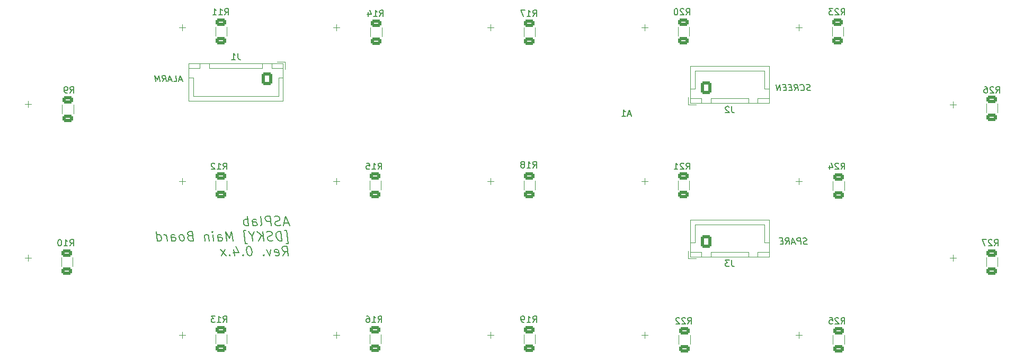
<source format=gbo>
G04 #@! TF.GenerationSoftware,KiCad,Pcbnew,8.0.2*
G04 #@! TF.CreationDate,2024-06-02T22:43:07+02:00*
G04 #@! TF.ProjectId,Main_board,4d61696e-5f62-46f6-9172-642e6b696361,1.0.2*
G04 #@! TF.SameCoordinates,Original*
G04 #@! TF.FileFunction,Legend,Bot*
G04 #@! TF.FilePolarity,Positive*
%FSLAX46Y46*%
G04 Gerber Fmt 4.6, Leading zero omitted, Abs format (unit mm)*
G04 Created by KiCad (PCBNEW 8.0.2) date 2024-06-02 22:43:07*
%MOMM*%
%LPD*%
G01*
G04 APERTURE LIST*
G04 Aperture macros list*
%AMRoundRect*
0 Rectangle with rounded corners*
0 $1 Rounding radius*
0 $2 $3 $4 $5 $6 $7 $8 $9 X,Y pos of 4 corners*
0 Add a 4 corners polygon primitive as box body*
4,1,4,$2,$3,$4,$5,$6,$7,$8,$9,$2,$3,0*
0 Add four circle primitives for the rounded corners*
1,1,$1+$1,$2,$3*
1,1,$1+$1,$4,$5*
1,1,$1+$1,$6,$7*
1,1,$1+$1,$8,$9*
0 Add four rect primitives between the rounded corners*
20,1,$1+$1,$2,$3,$4,$5,0*
20,1,$1+$1,$4,$5,$6,$7,0*
20,1,$1+$1,$6,$7,$8,$9,0*
20,1,$1+$1,$8,$9,$2,$3,0*%
G04 Aperture macros list end*
%ADD10C,0.150000*%
%ADD11C,0.200000*%
%ADD12C,0.120000*%
%ADD13C,1.905000*%
%ADD14R,1.905000X1.905000*%
%ADD15C,4.000000*%
%ADD16C,2.200000*%
%ADD17RoundRect,0.250000X-0.625000X0.312500X-0.625000X-0.312500X0.625000X-0.312500X0.625000X0.312500X0*%
%ADD18RoundRect,0.250000X0.625000X-0.312500X0.625000X0.312500X-0.625000X0.312500X-0.625000X-0.312500X0*%
%ADD19C,1.727200*%
%ADD20R,1.727200X1.727200*%
%ADD21RoundRect,0.250000X0.600000X0.725000X-0.600000X0.725000X-0.600000X-0.725000X0.600000X-0.725000X0*%
%ADD22O,1.700000X1.950000*%
%ADD23RoundRect,0.250000X-0.600000X-0.725000X0.600000X-0.725000X0.600000X0.725000X-0.600000X0.725000X0*%
G04 APERTURE END LIST*
D10*
X181070958Y-155550225D02*
X180356673Y-155550225D01*
X181267387Y-155978796D02*
X180579887Y-154478796D01*
X180579887Y-154478796D02*
X180267387Y-155978796D01*
X179829887Y-155907368D02*
X179624530Y-155978796D01*
X179624530Y-155978796D02*
X179267387Y-155978796D01*
X179267387Y-155978796D02*
X179115602Y-155907368D01*
X179115602Y-155907368D02*
X179035244Y-155835939D01*
X179035244Y-155835939D02*
X178945959Y-155693082D01*
X178945959Y-155693082D02*
X178928102Y-155550225D01*
X178928102Y-155550225D02*
X178981673Y-155407368D01*
X178981673Y-155407368D02*
X179044173Y-155335939D01*
X179044173Y-155335939D02*
X179178102Y-155264510D01*
X179178102Y-155264510D02*
X179454887Y-155193082D01*
X179454887Y-155193082D02*
X179588816Y-155121653D01*
X179588816Y-155121653D02*
X179651316Y-155050225D01*
X179651316Y-155050225D02*
X179704887Y-154907368D01*
X179704887Y-154907368D02*
X179687030Y-154764510D01*
X179687030Y-154764510D02*
X179597744Y-154621653D01*
X179597744Y-154621653D02*
X179517387Y-154550225D01*
X179517387Y-154550225D02*
X179365602Y-154478796D01*
X179365602Y-154478796D02*
X179008459Y-154478796D01*
X179008459Y-154478796D02*
X178803102Y-154550225D01*
X178338816Y-155978796D02*
X178151316Y-154478796D01*
X178151316Y-154478796D02*
X177579888Y-154478796D01*
X177579888Y-154478796D02*
X177445959Y-154550225D01*
X177445959Y-154550225D02*
X177383459Y-154621653D01*
X177383459Y-154621653D02*
X177329888Y-154764510D01*
X177329888Y-154764510D02*
X177356673Y-154978796D01*
X177356673Y-154978796D02*
X177445959Y-155121653D01*
X177445959Y-155121653D02*
X177526316Y-155193082D01*
X177526316Y-155193082D02*
X177678102Y-155264510D01*
X177678102Y-155264510D02*
X178249531Y-155264510D01*
X176624531Y-155978796D02*
X176758459Y-155907368D01*
X176758459Y-155907368D02*
X176812031Y-155764510D01*
X176812031Y-155764510D02*
X176651316Y-154478796D01*
X175410245Y-155978796D02*
X175312031Y-155193082D01*
X175312031Y-155193082D02*
X175365602Y-155050225D01*
X175365602Y-155050225D02*
X175499531Y-154978796D01*
X175499531Y-154978796D02*
X175785245Y-154978796D01*
X175785245Y-154978796D02*
X175937031Y-155050225D01*
X175401317Y-155907368D02*
X175553102Y-155978796D01*
X175553102Y-155978796D02*
X175910245Y-155978796D01*
X175910245Y-155978796D02*
X176044174Y-155907368D01*
X176044174Y-155907368D02*
X176097745Y-155764510D01*
X176097745Y-155764510D02*
X176079888Y-155621653D01*
X176079888Y-155621653D02*
X175990602Y-155478796D01*
X175990602Y-155478796D02*
X175838817Y-155407368D01*
X175838817Y-155407368D02*
X175481674Y-155407368D01*
X175481674Y-155407368D02*
X175329888Y-155335939D01*
X174695959Y-155978796D02*
X174508459Y-154478796D01*
X174579888Y-155050225D02*
X174428102Y-154978796D01*
X174428102Y-154978796D02*
X174142388Y-154978796D01*
X174142388Y-154978796D02*
X174008459Y-155050225D01*
X174008459Y-155050225D02*
X173945959Y-155121653D01*
X173945959Y-155121653D02*
X173892388Y-155264510D01*
X173892388Y-155264510D02*
X173945959Y-155693082D01*
X173945959Y-155693082D02*
X174035245Y-155835939D01*
X174035245Y-155835939D02*
X174115602Y-155907368D01*
X174115602Y-155907368D02*
X174267388Y-155978796D01*
X174267388Y-155978796D02*
X174553102Y-155978796D01*
X174553102Y-155978796D02*
X174687031Y-155907368D01*
X180687030Y-158893712D02*
X181044173Y-158893712D01*
X181044173Y-158893712D02*
X180776316Y-156750855D01*
X180776316Y-156750855D02*
X180419173Y-156750855D01*
X180053101Y-158393712D02*
X179865601Y-156893712D01*
X179865601Y-156893712D02*
X179508458Y-156893712D01*
X179508458Y-156893712D02*
X179303101Y-156965141D01*
X179303101Y-156965141D02*
X179178101Y-157107998D01*
X179178101Y-157107998D02*
X179124530Y-157250855D01*
X179124530Y-157250855D02*
X179088816Y-157536569D01*
X179088816Y-157536569D02*
X179115601Y-157750855D01*
X179115601Y-157750855D02*
X179222744Y-158036569D01*
X179222744Y-158036569D02*
X179312030Y-158179426D01*
X179312030Y-158179426D02*
X179472744Y-158322284D01*
X179472744Y-158322284D02*
X179695958Y-158393712D01*
X179695958Y-158393712D02*
X180053101Y-158393712D01*
X178615601Y-158322284D02*
X178410244Y-158393712D01*
X178410244Y-158393712D02*
X178053101Y-158393712D01*
X178053101Y-158393712D02*
X177901316Y-158322284D01*
X177901316Y-158322284D02*
X177820958Y-158250855D01*
X177820958Y-158250855D02*
X177731673Y-158107998D01*
X177731673Y-158107998D02*
X177713816Y-157965141D01*
X177713816Y-157965141D02*
X177767387Y-157822284D01*
X177767387Y-157822284D02*
X177829887Y-157750855D01*
X177829887Y-157750855D02*
X177963816Y-157679426D01*
X177963816Y-157679426D02*
X178240601Y-157607998D01*
X178240601Y-157607998D02*
X178374530Y-157536569D01*
X178374530Y-157536569D02*
X178437030Y-157465141D01*
X178437030Y-157465141D02*
X178490601Y-157322284D01*
X178490601Y-157322284D02*
X178472744Y-157179426D01*
X178472744Y-157179426D02*
X178383458Y-157036569D01*
X178383458Y-157036569D02*
X178303101Y-156965141D01*
X178303101Y-156965141D02*
X178151316Y-156893712D01*
X178151316Y-156893712D02*
X177794173Y-156893712D01*
X177794173Y-156893712D02*
X177588816Y-156965141D01*
X177124530Y-158393712D02*
X176937030Y-156893712D01*
X176267387Y-158393712D02*
X176803102Y-157536569D01*
X176079887Y-156893712D02*
X177044173Y-157750855D01*
X175249530Y-157679426D02*
X175338816Y-158393712D01*
X175651316Y-156893712D02*
X175249530Y-157679426D01*
X175249530Y-157679426D02*
X174651316Y-156893712D01*
X174544173Y-158893712D02*
X174187031Y-158893712D01*
X174187031Y-158893712D02*
X173919173Y-156750855D01*
X173919173Y-156750855D02*
X174276316Y-156750855D01*
X172195959Y-158393712D02*
X172008459Y-156893712D01*
X172008459Y-156893712D02*
X171642388Y-157965141D01*
X171642388Y-157965141D02*
X171008459Y-156893712D01*
X171008459Y-156893712D02*
X171195959Y-158393712D01*
X169838816Y-158393712D02*
X169740602Y-157607998D01*
X169740602Y-157607998D02*
X169794173Y-157465141D01*
X169794173Y-157465141D02*
X169928102Y-157393712D01*
X169928102Y-157393712D02*
X170213816Y-157393712D01*
X170213816Y-157393712D02*
X170365602Y-157465141D01*
X169829888Y-158322284D02*
X169981673Y-158393712D01*
X169981673Y-158393712D02*
X170338816Y-158393712D01*
X170338816Y-158393712D02*
X170472745Y-158322284D01*
X170472745Y-158322284D02*
X170526316Y-158179426D01*
X170526316Y-158179426D02*
X170508459Y-158036569D01*
X170508459Y-158036569D02*
X170419173Y-157893712D01*
X170419173Y-157893712D02*
X170267388Y-157822284D01*
X170267388Y-157822284D02*
X169910245Y-157822284D01*
X169910245Y-157822284D02*
X169758459Y-157750855D01*
X169124530Y-158393712D02*
X168999530Y-157393712D01*
X168937030Y-156893712D02*
X169017387Y-156965141D01*
X169017387Y-156965141D02*
X168954887Y-157036569D01*
X168954887Y-157036569D02*
X168874530Y-156965141D01*
X168874530Y-156965141D02*
X168937030Y-156893712D01*
X168937030Y-156893712D02*
X168954887Y-157036569D01*
X168285244Y-157393712D02*
X168410244Y-158393712D01*
X168303101Y-157536569D02*
X168222744Y-157465141D01*
X168222744Y-157465141D02*
X168070959Y-157393712D01*
X168070959Y-157393712D02*
X167856673Y-157393712D01*
X167856673Y-157393712D02*
X167722744Y-157465141D01*
X167722744Y-157465141D02*
X167669173Y-157607998D01*
X167669173Y-157607998D02*
X167767387Y-158393712D01*
X165312030Y-157607998D02*
X165106673Y-157679426D01*
X165106673Y-157679426D02*
X165044173Y-157750855D01*
X165044173Y-157750855D02*
X164990601Y-157893712D01*
X164990601Y-157893712D02*
X165017387Y-158107998D01*
X165017387Y-158107998D02*
X165106673Y-158250855D01*
X165106673Y-158250855D02*
X165187030Y-158322284D01*
X165187030Y-158322284D02*
X165338816Y-158393712D01*
X165338816Y-158393712D02*
X165910244Y-158393712D01*
X165910244Y-158393712D02*
X165722744Y-156893712D01*
X165722744Y-156893712D02*
X165222744Y-156893712D01*
X165222744Y-156893712D02*
X165088816Y-156965141D01*
X165088816Y-156965141D02*
X165026316Y-157036569D01*
X165026316Y-157036569D02*
X164972744Y-157179426D01*
X164972744Y-157179426D02*
X164990601Y-157322284D01*
X164990601Y-157322284D02*
X165079887Y-157465141D01*
X165079887Y-157465141D02*
X165160244Y-157536569D01*
X165160244Y-157536569D02*
X165312030Y-157607998D01*
X165312030Y-157607998D02*
X165812030Y-157607998D01*
X164195959Y-158393712D02*
X164329887Y-158322284D01*
X164329887Y-158322284D02*
X164392387Y-158250855D01*
X164392387Y-158250855D02*
X164445959Y-158107998D01*
X164445959Y-158107998D02*
X164392387Y-157679426D01*
X164392387Y-157679426D02*
X164303101Y-157536569D01*
X164303101Y-157536569D02*
X164222744Y-157465141D01*
X164222744Y-157465141D02*
X164070959Y-157393712D01*
X164070959Y-157393712D02*
X163856673Y-157393712D01*
X163856673Y-157393712D02*
X163722744Y-157465141D01*
X163722744Y-157465141D02*
X163660244Y-157536569D01*
X163660244Y-157536569D02*
X163606673Y-157679426D01*
X163606673Y-157679426D02*
X163660244Y-158107998D01*
X163660244Y-158107998D02*
X163749530Y-158250855D01*
X163749530Y-158250855D02*
X163829887Y-158322284D01*
X163829887Y-158322284D02*
X163981673Y-158393712D01*
X163981673Y-158393712D02*
X164195959Y-158393712D01*
X162410244Y-158393712D02*
X162312030Y-157607998D01*
X162312030Y-157607998D02*
X162365601Y-157465141D01*
X162365601Y-157465141D02*
X162499530Y-157393712D01*
X162499530Y-157393712D02*
X162785244Y-157393712D01*
X162785244Y-157393712D02*
X162937030Y-157465141D01*
X162401316Y-158322284D02*
X162553101Y-158393712D01*
X162553101Y-158393712D02*
X162910244Y-158393712D01*
X162910244Y-158393712D02*
X163044173Y-158322284D01*
X163044173Y-158322284D02*
X163097744Y-158179426D01*
X163097744Y-158179426D02*
X163079887Y-158036569D01*
X163079887Y-158036569D02*
X162990601Y-157893712D01*
X162990601Y-157893712D02*
X162838816Y-157822284D01*
X162838816Y-157822284D02*
X162481673Y-157822284D01*
X162481673Y-157822284D02*
X162329887Y-157750855D01*
X161695958Y-158393712D02*
X161570958Y-157393712D01*
X161606673Y-157679426D02*
X161517387Y-157536569D01*
X161517387Y-157536569D02*
X161437030Y-157465141D01*
X161437030Y-157465141D02*
X161285244Y-157393712D01*
X161285244Y-157393712D02*
X161142387Y-157393712D01*
X160124530Y-158393712D02*
X159937030Y-156893712D01*
X160115602Y-158322284D02*
X160267387Y-158393712D01*
X160267387Y-158393712D02*
X160553102Y-158393712D01*
X160553102Y-158393712D02*
X160687030Y-158322284D01*
X160687030Y-158322284D02*
X160749530Y-158250855D01*
X160749530Y-158250855D02*
X160803102Y-158107998D01*
X160803102Y-158107998D02*
X160749530Y-157679426D01*
X160749530Y-157679426D02*
X160660244Y-157536569D01*
X160660244Y-157536569D02*
X160579887Y-157465141D01*
X160579887Y-157465141D02*
X160428102Y-157393712D01*
X160428102Y-157393712D02*
X160142387Y-157393712D01*
X160142387Y-157393712D02*
X160008459Y-157465141D01*
X180195958Y-160808628D02*
X180606673Y-160094342D01*
X181053101Y-160808628D02*
X180865601Y-159308628D01*
X180865601Y-159308628D02*
X180294173Y-159308628D01*
X180294173Y-159308628D02*
X180160244Y-159380057D01*
X180160244Y-159380057D02*
X180097744Y-159451485D01*
X180097744Y-159451485D02*
X180044173Y-159594342D01*
X180044173Y-159594342D02*
X180070958Y-159808628D01*
X180070958Y-159808628D02*
X180160244Y-159951485D01*
X180160244Y-159951485D02*
X180240601Y-160022914D01*
X180240601Y-160022914D02*
X180392387Y-160094342D01*
X180392387Y-160094342D02*
X180963816Y-160094342D01*
X178972744Y-160737200D02*
X179124530Y-160808628D01*
X179124530Y-160808628D02*
X179410244Y-160808628D01*
X179410244Y-160808628D02*
X179544173Y-160737200D01*
X179544173Y-160737200D02*
X179597744Y-160594342D01*
X179597744Y-160594342D02*
X179526316Y-160022914D01*
X179526316Y-160022914D02*
X179437030Y-159880057D01*
X179437030Y-159880057D02*
X179285244Y-159808628D01*
X179285244Y-159808628D02*
X178999530Y-159808628D01*
X178999530Y-159808628D02*
X178865601Y-159880057D01*
X178865601Y-159880057D02*
X178812030Y-160022914D01*
X178812030Y-160022914D02*
X178829887Y-160165771D01*
X178829887Y-160165771D02*
X179562030Y-160308628D01*
X178285244Y-159808628D02*
X178053102Y-160808628D01*
X178053102Y-160808628D02*
X177570959Y-159808628D01*
X177106673Y-160665771D02*
X177044173Y-160737200D01*
X177044173Y-160737200D02*
X177124530Y-160808628D01*
X177124530Y-160808628D02*
X177187030Y-160737200D01*
X177187030Y-160737200D02*
X177106673Y-160665771D01*
X177106673Y-160665771D02*
X177124530Y-160808628D01*
X174794173Y-159308628D02*
X174651316Y-159308628D01*
X174651316Y-159308628D02*
X174517387Y-159380057D01*
X174517387Y-159380057D02*
X174454887Y-159451485D01*
X174454887Y-159451485D02*
X174401316Y-159594342D01*
X174401316Y-159594342D02*
X174365602Y-159880057D01*
X174365602Y-159880057D02*
X174410244Y-160237200D01*
X174410244Y-160237200D02*
X174517387Y-160522914D01*
X174517387Y-160522914D02*
X174606673Y-160665771D01*
X174606673Y-160665771D02*
X174687030Y-160737200D01*
X174687030Y-160737200D02*
X174838816Y-160808628D01*
X174838816Y-160808628D02*
X174981673Y-160808628D01*
X174981673Y-160808628D02*
X175115602Y-160737200D01*
X175115602Y-160737200D02*
X175178102Y-160665771D01*
X175178102Y-160665771D02*
X175231673Y-160522914D01*
X175231673Y-160522914D02*
X175267387Y-160237200D01*
X175267387Y-160237200D02*
X175222744Y-159880057D01*
X175222744Y-159880057D02*
X175115602Y-159594342D01*
X175115602Y-159594342D02*
X175026316Y-159451485D01*
X175026316Y-159451485D02*
X174945959Y-159380057D01*
X174945959Y-159380057D02*
X174794173Y-159308628D01*
X173820959Y-160665771D02*
X173758459Y-160737200D01*
X173758459Y-160737200D02*
X173838816Y-160808628D01*
X173838816Y-160808628D02*
X173901316Y-160737200D01*
X173901316Y-160737200D02*
X173820959Y-160665771D01*
X173820959Y-160665771D02*
X173838816Y-160808628D01*
X172356673Y-159808628D02*
X172481673Y-160808628D01*
X172642387Y-159237200D02*
X173133459Y-160308628D01*
X173133459Y-160308628D02*
X172204887Y-160308628D01*
X171678102Y-160665771D02*
X171615602Y-160737200D01*
X171615602Y-160737200D02*
X171695959Y-160808628D01*
X171695959Y-160808628D02*
X171758459Y-160737200D01*
X171758459Y-160737200D02*
X171678102Y-160665771D01*
X171678102Y-160665771D02*
X171695959Y-160808628D01*
X171124530Y-160808628D02*
X170213816Y-159808628D01*
X170999530Y-159808628D02*
X170338816Y-160808628D01*
X244892857Y-171704819D02*
X245226190Y-171228628D01*
X245464285Y-171704819D02*
X245464285Y-170704819D01*
X245464285Y-170704819D02*
X245083333Y-170704819D01*
X245083333Y-170704819D02*
X244988095Y-170752438D01*
X244988095Y-170752438D02*
X244940476Y-170800057D01*
X244940476Y-170800057D02*
X244892857Y-170895295D01*
X244892857Y-170895295D02*
X244892857Y-171038152D01*
X244892857Y-171038152D02*
X244940476Y-171133390D01*
X244940476Y-171133390D02*
X244988095Y-171181009D01*
X244988095Y-171181009D02*
X245083333Y-171228628D01*
X245083333Y-171228628D02*
X245464285Y-171228628D01*
X244511904Y-170800057D02*
X244464285Y-170752438D01*
X244464285Y-170752438D02*
X244369047Y-170704819D01*
X244369047Y-170704819D02*
X244130952Y-170704819D01*
X244130952Y-170704819D02*
X244035714Y-170752438D01*
X244035714Y-170752438D02*
X243988095Y-170800057D01*
X243988095Y-170800057D02*
X243940476Y-170895295D01*
X243940476Y-170895295D02*
X243940476Y-170990533D01*
X243940476Y-170990533D02*
X243988095Y-171133390D01*
X243988095Y-171133390D02*
X244559523Y-171704819D01*
X244559523Y-171704819D02*
X243940476Y-171704819D01*
X243559523Y-170800057D02*
X243511904Y-170752438D01*
X243511904Y-170752438D02*
X243416666Y-170704819D01*
X243416666Y-170704819D02*
X243178571Y-170704819D01*
X243178571Y-170704819D02*
X243083333Y-170752438D01*
X243083333Y-170752438D02*
X243035714Y-170800057D01*
X243035714Y-170800057D02*
X242988095Y-170895295D01*
X242988095Y-170895295D02*
X242988095Y-170990533D01*
X242988095Y-170990533D02*
X243035714Y-171133390D01*
X243035714Y-171133390D02*
X243607142Y-171704819D01*
X243607142Y-171704819D02*
X242988095Y-171704819D01*
X294142857Y-134704819D02*
X294476190Y-134228628D01*
X294714285Y-134704819D02*
X294714285Y-133704819D01*
X294714285Y-133704819D02*
X294333333Y-133704819D01*
X294333333Y-133704819D02*
X294238095Y-133752438D01*
X294238095Y-133752438D02*
X294190476Y-133800057D01*
X294190476Y-133800057D02*
X294142857Y-133895295D01*
X294142857Y-133895295D02*
X294142857Y-134038152D01*
X294142857Y-134038152D02*
X294190476Y-134133390D01*
X294190476Y-134133390D02*
X294238095Y-134181009D01*
X294238095Y-134181009D02*
X294333333Y-134228628D01*
X294333333Y-134228628D02*
X294714285Y-134228628D01*
X293761904Y-133800057D02*
X293714285Y-133752438D01*
X293714285Y-133752438D02*
X293619047Y-133704819D01*
X293619047Y-133704819D02*
X293380952Y-133704819D01*
X293380952Y-133704819D02*
X293285714Y-133752438D01*
X293285714Y-133752438D02*
X293238095Y-133800057D01*
X293238095Y-133800057D02*
X293190476Y-133895295D01*
X293190476Y-133895295D02*
X293190476Y-133990533D01*
X293190476Y-133990533D02*
X293238095Y-134133390D01*
X293238095Y-134133390D02*
X293809523Y-134704819D01*
X293809523Y-134704819D02*
X293190476Y-134704819D01*
X292333333Y-133704819D02*
X292523809Y-133704819D01*
X292523809Y-133704819D02*
X292619047Y-133752438D01*
X292619047Y-133752438D02*
X292666666Y-133800057D01*
X292666666Y-133800057D02*
X292761904Y-133942914D01*
X292761904Y-133942914D02*
X292809523Y-134133390D01*
X292809523Y-134133390D02*
X292809523Y-134514342D01*
X292809523Y-134514342D02*
X292761904Y-134609580D01*
X292761904Y-134609580D02*
X292714285Y-134657200D01*
X292714285Y-134657200D02*
X292619047Y-134704819D01*
X292619047Y-134704819D02*
X292428571Y-134704819D01*
X292428571Y-134704819D02*
X292333333Y-134657200D01*
X292333333Y-134657200D02*
X292285714Y-134609580D01*
X292285714Y-134609580D02*
X292238095Y-134514342D01*
X292238095Y-134514342D02*
X292238095Y-134276247D01*
X292238095Y-134276247D02*
X292285714Y-134181009D01*
X292285714Y-134181009D02*
X292333333Y-134133390D01*
X292333333Y-134133390D02*
X292428571Y-134085771D01*
X292428571Y-134085771D02*
X292619047Y-134085771D01*
X292619047Y-134085771D02*
X292714285Y-134133390D01*
X292714285Y-134133390D02*
X292761904Y-134181009D01*
X292761904Y-134181009D02*
X292809523Y-134276247D01*
X195392857Y-171454819D02*
X195726190Y-170978628D01*
X195964285Y-171454819D02*
X195964285Y-170454819D01*
X195964285Y-170454819D02*
X195583333Y-170454819D01*
X195583333Y-170454819D02*
X195488095Y-170502438D01*
X195488095Y-170502438D02*
X195440476Y-170550057D01*
X195440476Y-170550057D02*
X195392857Y-170645295D01*
X195392857Y-170645295D02*
X195392857Y-170788152D01*
X195392857Y-170788152D02*
X195440476Y-170883390D01*
X195440476Y-170883390D02*
X195488095Y-170931009D01*
X195488095Y-170931009D02*
X195583333Y-170978628D01*
X195583333Y-170978628D02*
X195964285Y-170978628D01*
X194440476Y-171454819D02*
X195011904Y-171454819D01*
X194726190Y-171454819D02*
X194726190Y-170454819D01*
X194726190Y-170454819D02*
X194821428Y-170597676D01*
X194821428Y-170597676D02*
X194916666Y-170692914D01*
X194916666Y-170692914D02*
X195011904Y-170740533D01*
X193583333Y-170454819D02*
X193773809Y-170454819D01*
X193773809Y-170454819D02*
X193869047Y-170502438D01*
X193869047Y-170502438D02*
X193916666Y-170550057D01*
X193916666Y-170550057D02*
X194011904Y-170692914D01*
X194011904Y-170692914D02*
X194059523Y-170883390D01*
X194059523Y-170883390D02*
X194059523Y-171264342D01*
X194059523Y-171264342D02*
X194011904Y-171359580D01*
X194011904Y-171359580D02*
X193964285Y-171407200D01*
X193964285Y-171407200D02*
X193869047Y-171454819D01*
X193869047Y-171454819D02*
X193678571Y-171454819D01*
X193678571Y-171454819D02*
X193583333Y-171407200D01*
X193583333Y-171407200D02*
X193535714Y-171359580D01*
X193535714Y-171359580D02*
X193488095Y-171264342D01*
X193488095Y-171264342D02*
X193488095Y-171026247D01*
X193488095Y-171026247D02*
X193535714Y-170931009D01*
X193535714Y-170931009D02*
X193583333Y-170883390D01*
X193583333Y-170883390D02*
X193678571Y-170835771D01*
X193678571Y-170835771D02*
X193869047Y-170835771D01*
X193869047Y-170835771D02*
X193964285Y-170883390D01*
X193964285Y-170883390D02*
X194011904Y-170931009D01*
X194011904Y-170931009D02*
X194059523Y-171026247D01*
X220142857Y-171454819D02*
X220476190Y-170978628D01*
X220714285Y-171454819D02*
X220714285Y-170454819D01*
X220714285Y-170454819D02*
X220333333Y-170454819D01*
X220333333Y-170454819D02*
X220238095Y-170502438D01*
X220238095Y-170502438D02*
X220190476Y-170550057D01*
X220190476Y-170550057D02*
X220142857Y-170645295D01*
X220142857Y-170645295D02*
X220142857Y-170788152D01*
X220142857Y-170788152D02*
X220190476Y-170883390D01*
X220190476Y-170883390D02*
X220238095Y-170931009D01*
X220238095Y-170931009D02*
X220333333Y-170978628D01*
X220333333Y-170978628D02*
X220714285Y-170978628D01*
X219190476Y-171454819D02*
X219761904Y-171454819D01*
X219476190Y-171454819D02*
X219476190Y-170454819D01*
X219476190Y-170454819D02*
X219571428Y-170597676D01*
X219571428Y-170597676D02*
X219666666Y-170692914D01*
X219666666Y-170692914D02*
X219761904Y-170740533D01*
X218714285Y-171454819D02*
X218523809Y-171454819D01*
X218523809Y-171454819D02*
X218428571Y-171407200D01*
X218428571Y-171407200D02*
X218380952Y-171359580D01*
X218380952Y-171359580D02*
X218285714Y-171216723D01*
X218285714Y-171216723D02*
X218238095Y-171026247D01*
X218238095Y-171026247D02*
X218238095Y-170645295D01*
X218238095Y-170645295D02*
X218285714Y-170550057D01*
X218285714Y-170550057D02*
X218333333Y-170502438D01*
X218333333Y-170502438D02*
X218428571Y-170454819D01*
X218428571Y-170454819D02*
X218619047Y-170454819D01*
X218619047Y-170454819D02*
X218714285Y-170502438D01*
X218714285Y-170502438D02*
X218761904Y-170550057D01*
X218761904Y-170550057D02*
X218809523Y-170645295D01*
X218809523Y-170645295D02*
X218809523Y-170883390D01*
X218809523Y-170883390D02*
X218761904Y-170978628D01*
X218761904Y-170978628D02*
X218714285Y-171026247D01*
X218714285Y-171026247D02*
X218619047Y-171073866D01*
X218619047Y-171073866D02*
X218428571Y-171073866D01*
X218428571Y-171073866D02*
X218333333Y-171026247D01*
X218333333Y-171026247D02*
X218285714Y-170978628D01*
X218285714Y-170978628D02*
X218238095Y-170883390D01*
X170642857Y-146954819D02*
X170976190Y-146478628D01*
X171214285Y-146954819D02*
X171214285Y-145954819D01*
X171214285Y-145954819D02*
X170833333Y-145954819D01*
X170833333Y-145954819D02*
X170738095Y-146002438D01*
X170738095Y-146002438D02*
X170690476Y-146050057D01*
X170690476Y-146050057D02*
X170642857Y-146145295D01*
X170642857Y-146145295D02*
X170642857Y-146288152D01*
X170642857Y-146288152D02*
X170690476Y-146383390D01*
X170690476Y-146383390D02*
X170738095Y-146431009D01*
X170738095Y-146431009D02*
X170833333Y-146478628D01*
X170833333Y-146478628D02*
X171214285Y-146478628D01*
X169690476Y-146954819D02*
X170261904Y-146954819D01*
X169976190Y-146954819D02*
X169976190Y-145954819D01*
X169976190Y-145954819D02*
X170071428Y-146097676D01*
X170071428Y-146097676D02*
X170166666Y-146192914D01*
X170166666Y-146192914D02*
X170261904Y-146240533D01*
X169309523Y-146050057D02*
X169261904Y-146002438D01*
X169261904Y-146002438D02*
X169166666Y-145954819D01*
X169166666Y-145954819D02*
X168928571Y-145954819D01*
X168928571Y-145954819D02*
X168833333Y-146002438D01*
X168833333Y-146002438D02*
X168785714Y-146050057D01*
X168785714Y-146050057D02*
X168738095Y-146145295D01*
X168738095Y-146145295D02*
X168738095Y-146240533D01*
X168738095Y-146240533D02*
X168785714Y-146383390D01*
X168785714Y-146383390D02*
X169357142Y-146954819D01*
X169357142Y-146954819D02*
X168738095Y-146954819D01*
X146166666Y-134704819D02*
X146499999Y-134228628D01*
X146738094Y-134704819D02*
X146738094Y-133704819D01*
X146738094Y-133704819D02*
X146357142Y-133704819D01*
X146357142Y-133704819D02*
X146261904Y-133752438D01*
X146261904Y-133752438D02*
X146214285Y-133800057D01*
X146214285Y-133800057D02*
X146166666Y-133895295D01*
X146166666Y-133895295D02*
X146166666Y-134038152D01*
X146166666Y-134038152D02*
X146214285Y-134133390D01*
X146214285Y-134133390D02*
X146261904Y-134181009D01*
X146261904Y-134181009D02*
X146357142Y-134228628D01*
X146357142Y-134228628D02*
X146738094Y-134228628D01*
X145690475Y-134704819D02*
X145499999Y-134704819D01*
X145499999Y-134704819D02*
X145404761Y-134657200D01*
X145404761Y-134657200D02*
X145357142Y-134609580D01*
X145357142Y-134609580D02*
X145261904Y-134466723D01*
X145261904Y-134466723D02*
X145214285Y-134276247D01*
X145214285Y-134276247D02*
X145214285Y-133895295D01*
X145214285Y-133895295D02*
X145261904Y-133800057D01*
X145261904Y-133800057D02*
X145309523Y-133752438D01*
X145309523Y-133752438D02*
X145404761Y-133704819D01*
X145404761Y-133704819D02*
X145595237Y-133704819D01*
X145595237Y-133704819D02*
X145690475Y-133752438D01*
X145690475Y-133752438D02*
X145738094Y-133800057D01*
X145738094Y-133800057D02*
X145785713Y-133895295D01*
X145785713Y-133895295D02*
X145785713Y-134133390D01*
X145785713Y-134133390D02*
X145738094Y-134228628D01*
X145738094Y-134228628D02*
X145690475Y-134276247D01*
X145690475Y-134276247D02*
X145595237Y-134323866D01*
X145595237Y-134323866D02*
X145404761Y-134323866D01*
X145404761Y-134323866D02*
X145309523Y-134276247D01*
X145309523Y-134276247D02*
X145261904Y-134228628D01*
X145261904Y-134228628D02*
X145214285Y-134133390D01*
X195642857Y-122454819D02*
X195976190Y-121978628D01*
X196214285Y-122454819D02*
X196214285Y-121454819D01*
X196214285Y-121454819D02*
X195833333Y-121454819D01*
X195833333Y-121454819D02*
X195738095Y-121502438D01*
X195738095Y-121502438D02*
X195690476Y-121550057D01*
X195690476Y-121550057D02*
X195642857Y-121645295D01*
X195642857Y-121645295D02*
X195642857Y-121788152D01*
X195642857Y-121788152D02*
X195690476Y-121883390D01*
X195690476Y-121883390D02*
X195738095Y-121931009D01*
X195738095Y-121931009D02*
X195833333Y-121978628D01*
X195833333Y-121978628D02*
X196214285Y-121978628D01*
X194690476Y-122454819D02*
X195261904Y-122454819D01*
X194976190Y-122454819D02*
X194976190Y-121454819D01*
X194976190Y-121454819D02*
X195071428Y-121597676D01*
X195071428Y-121597676D02*
X195166666Y-121692914D01*
X195166666Y-121692914D02*
X195261904Y-121740533D01*
X193833333Y-121788152D02*
X193833333Y-122454819D01*
X194071428Y-121407200D02*
X194309523Y-122121485D01*
X194309523Y-122121485D02*
X193690476Y-122121485D01*
X235794285Y-138128104D02*
X235318095Y-138128104D01*
X235889523Y-138413819D02*
X235556190Y-137413819D01*
X235556190Y-137413819D02*
X235222857Y-138413819D01*
X234365714Y-138413819D02*
X234937142Y-138413819D01*
X234651428Y-138413819D02*
X234651428Y-137413819D01*
X234651428Y-137413819D02*
X234746666Y-137556676D01*
X234746666Y-137556676D02*
X234841904Y-137651914D01*
X234841904Y-137651914D02*
X234937142Y-137699533D01*
X170642857Y-171454819D02*
X170976190Y-170978628D01*
X171214285Y-171454819D02*
X171214285Y-170454819D01*
X171214285Y-170454819D02*
X170833333Y-170454819D01*
X170833333Y-170454819D02*
X170738095Y-170502438D01*
X170738095Y-170502438D02*
X170690476Y-170550057D01*
X170690476Y-170550057D02*
X170642857Y-170645295D01*
X170642857Y-170645295D02*
X170642857Y-170788152D01*
X170642857Y-170788152D02*
X170690476Y-170883390D01*
X170690476Y-170883390D02*
X170738095Y-170931009D01*
X170738095Y-170931009D02*
X170833333Y-170978628D01*
X170833333Y-170978628D02*
X171214285Y-170978628D01*
X169690476Y-171454819D02*
X170261904Y-171454819D01*
X169976190Y-171454819D02*
X169976190Y-170454819D01*
X169976190Y-170454819D02*
X170071428Y-170597676D01*
X170071428Y-170597676D02*
X170166666Y-170692914D01*
X170166666Y-170692914D02*
X170261904Y-170740533D01*
X169357142Y-170454819D02*
X168738095Y-170454819D01*
X168738095Y-170454819D02*
X169071428Y-170835771D01*
X169071428Y-170835771D02*
X168928571Y-170835771D01*
X168928571Y-170835771D02*
X168833333Y-170883390D01*
X168833333Y-170883390D02*
X168785714Y-170931009D01*
X168785714Y-170931009D02*
X168738095Y-171026247D01*
X168738095Y-171026247D02*
X168738095Y-171264342D01*
X168738095Y-171264342D02*
X168785714Y-171359580D01*
X168785714Y-171359580D02*
X168833333Y-171407200D01*
X168833333Y-171407200D02*
X168928571Y-171454819D01*
X168928571Y-171454819D02*
X169214285Y-171454819D01*
X169214285Y-171454819D02*
X169309523Y-171407200D01*
X169309523Y-171407200D02*
X169357142Y-171359580D01*
X293892857Y-159204819D02*
X294226190Y-158728628D01*
X294464285Y-159204819D02*
X294464285Y-158204819D01*
X294464285Y-158204819D02*
X294083333Y-158204819D01*
X294083333Y-158204819D02*
X293988095Y-158252438D01*
X293988095Y-158252438D02*
X293940476Y-158300057D01*
X293940476Y-158300057D02*
X293892857Y-158395295D01*
X293892857Y-158395295D02*
X293892857Y-158538152D01*
X293892857Y-158538152D02*
X293940476Y-158633390D01*
X293940476Y-158633390D02*
X293988095Y-158681009D01*
X293988095Y-158681009D02*
X294083333Y-158728628D01*
X294083333Y-158728628D02*
X294464285Y-158728628D01*
X293511904Y-158300057D02*
X293464285Y-158252438D01*
X293464285Y-158252438D02*
X293369047Y-158204819D01*
X293369047Y-158204819D02*
X293130952Y-158204819D01*
X293130952Y-158204819D02*
X293035714Y-158252438D01*
X293035714Y-158252438D02*
X292988095Y-158300057D01*
X292988095Y-158300057D02*
X292940476Y-158395295D01*
X292940476Y-158395295D02*
X292940476Y-158490533D01*
X292940476Y-158490533D02*
X292988095Y-158633390D01*
X292988095Y-158633390D02*
X293559523Y-159204819D01*
X293559523Y-159204819D02*
X292940476Y-159204819D01*
X292607142Y-158204819D02*
X291940476Y-158204819D01*
X291940476Y-158204819D02*
X292369047Y-159204819D01*
X269392857Y-171704819D02*
X269726190Y-171228628D01*
X269964285Y-171704819D02*
X269964285Y-170704819D01*
X269964285Y-170704819D02*
X269583333Y-170704819D01*
X269583333Y-170704819D02*
X269488095Y-170752438D01*
X269488095Y-170752438D02*
X269440476Y-170800057D01*
X269440476Y-170800057D02*
X269392857Y-170895295D01*
X269392857Y-170895295D02*
X269392857Y-171038152D01*
X269392857Y-171038152D02*
X269440476Y-171133390D01*
X269440476Y-171133390D02*
X269488095Y-171181009D01*
X269488095Y-171181009D02*
X269583333Y-171228628D01*
X269583333Y-171228628D02*
X269964285Y-171228628D01*
X269011904Y-170800057D02*
X268964285Y-170752438D01*
X268964285Y-170752438D02*
X268869047Y-170704819D01*
X268869047Y-170704819D02*
X268630952Y-170704819D01*
X268630952Y-170704819D02*
X268535714Y-170752438D01*
X268535714Y-170752438D02*
X268488095Y-170800057D01*
X268488095Y-170800057D02*
X268440476Y-170895295D01*
X268440476Y-170895295D02*
X268440476Y-170990533D01*
X268440476Y-170990533D02*
X268488095Y-171133390D01*
X268488095Y-171133390D02*
X269059523Y-171704819D01*
X269059523Y-171704819D02*
X268440476Y-171704819D01*
X267535714Y-170704819D02*
X268011904Y-170704819D01*
X268011904Y-170704819D02*
X268059523Y-171181009D01*
X268059523Y-171181009D02*
X268011904Y-171133390D01*
X268011904Y-171133390D02*
X267916666Y-171085771D01*
X267916666Y-171085771D02*
X267678571Y-171085771D01*
X267678571Y-171085771D02*
X267583333Y-171133390D01*
X267583333Y-171133390D02*
X267535714Y-171181009D01*
X267535714Y-171181009D02*
X267488095Y-171276247D01*
X267488095Y-171276247D02*
X267488095Y-171514342D01*
X267488095Y-171514342D02*
X267535714Y-171609580D01*
X267535714Y-171609580D02*
X267583333Y-171657200D01*
X267583333Y-171657200D02*
X267678571Y-171704819D01*
X267678571Y-171704819D02*
X267916666Y-171704819D01*
X267916666Y-171704819D02*
X268011904Y-171657200D01*
X268011904Y-171657200D02*
X268059523Y-171609580D01*
X269392857Y-122204819D02*
X269726190Y-121728628D01*
X269964285Y-122204819D02*
X269964285Y-121204819D01*
X269964285Y-121204819D02*
X269583333Y-121204819D01*
X269583333Y-121204819D02*
X269488095Y-121252438D01*
X269488095Y-121252438D02*
X269440476Y-121300057D01*
X269440476Y-121300057D02*
X269392857Y-121395295D01*
X269392857Y-121395295D02*
X269392857Y-121538152D01*
X269392857Y-121538152D02*
X269440476Y-121633390D01*
X269440476Y-121633390D02*
X269488095Y-121681009D01*
X269488095Y-121681009D02*
X269583333Y-121728628D01*
X269583333Y-121728628D02*
X269964285Y-121728628D01*
X269011904Y-121300057D02*
X268964285Y-121252438D01*
X268964285Y-121252438D02*
X268869047Y-121204819D01*
X268869047Y-121204819D02*
X268630952Y-121204819D01*
X268630952Y-121204819D02*
X268535714Y-121252438D01*
X268535714Y-121252438D02*
X268488095Y-121300057D01*
X268488095Y-121300057D02*
X268440476Y-121395295D01*
X268440476Y-121395295D02*
X268440476Y-121490533D01*
X268440476Y-121490533D02*
X268488095Y-121633390D01*
X268488095Y-121633390D02*
X269059523Y-122204819D01*
X269059523Y-122204819D02*
X268440476Y-122204819D01*
X268107142Y-121204819D02*
X267488095Y-121204819D01*
X267488095Y-121204819D02*
X267821428Y-121585771D01*
X267821428Y-121585771D02*
X267678571Y-121585771D01*
X267678571Y-121585771D02*
X267583333Y-121633390D01*
X267583333Y-121633390D02*
X267535714Y-121681009D01*
X267535714Y-121681009D02*
X267488095Y-121776247D01*
X267488095Y-121776247D02*
X267488095Y-122014342D01*
X267488095Y-122014342D02*
X267535714Y-122109580D01*
X267535714Y-122109580D02*
X267583333Y-122157200D01*
X267583333Y-122157200D02*
X267678571Y-122204819D01*
X267678571Y-122204819D02*
X267964285Y-122204819D01*
X267964285Y-122204819D02*
X268059523Y-122157200D01*
X268059523Y-122157200D02*
X268107142Y-122109580D01*
X220142857Y-122454819D02*
X220476190Y-121978628D01*
X220714285Y-122454819D02*
X220714285Y-121454819D01*
X220714285Y-121454819D02*
X220333333Y-121454819D01*
X220333333Y-121454819D02*
X220238095Y-121502438D01*
X220238095Y-121502438D02*
X220190476Y-121550057D01*
X220190476Y-121550057D02*
X220142857Y-121645295D01*
X220142857Y-121645295D02*
X220142857Y-121788152D01*
X220142857Y-121788152D02*
X220190476Y-121883390D01*
X220190476Y-121883390D02*
X220238095Y-121931009D01*
X220238095Y-121931009D02*
X220333333Y-121978628D01*
X220333333Y-121978628D02*
X220714285Y-121978628D01*
X219190476Y-122454819D02*
X219761904Y-122454819D01*
X219476190Y-122454819D02*
X219476190Y-121454819D01*
X219476190Y-121454819D02*
X219571428Y-121597676D01*
X219571428Y-121597676D02*
X219666666Y-121692914D01*
X219666666Y-121692914D02*
X219761904Y-121740533D01*
X218857142Y-121454819D02*
X218190476Y-121454819D01*
X218190476Y-121454819D02*
X218619047Y-122454819D01*
X269392857Y-146954819D02*
X269726190Y-146478628D01*
X269964285Y-146954819D02*
X269964285Y-145954819D01*
X269964285Y-145954819D02*
X269583333Y-145954819D01*
X269583333Y-145954819D02*
X269488095Y-146002438D01*
X269488095Y-146002438D02*
X269440476Y-146050057D01*
X269440476Y-146050057D02*
X269392857Y-146145295D01*
X269392857Y-146145295D02*
X269392857Y-146288152D01*
X269392857Y-146288152D02*
X269440476Y-146383390D01*
X269440476Y-146383390D02*
X269488095Y-146431009D01*
X269488095Y-146431009D02*
X269583333Y-146478628D01*
X269583333Y-146478628D02*
X269964285Y-146478628D01*
X269011904Y-146050057D02*
X268964285Y-146002438D01*
X268964285Y-146002438D02*
X268869047Y-145954819D01*
X268869047Y-145954819D02*
X268630952Y-145954819D01*
X268630952Y-145954819D02*
X268535714Y-146002438D01*
X268535714Y-146002438D02*
X268488095Y-146050057D01*
X268488095Y-146050057D02*
X268440476Y-146145295D01*
X268440476Y-146145295D02*
X268440476Y-146240533D01*
X268440476Y-146240533D02*
X268488095Y-146383390D01*
X268488095Y-146383390D02*
X269059523Y-146954819D01*
X269059523Y-146954819D02*
X268440476Y-146954819D01*
X267583333Y-146288152D02*
X267583333Y-146954819D01*
X267821428Y-145907200D02*
X268059523Y-146621485D01*
X268059523Y-146621485D02*
X267440476Y-146621485D01*
X244642857Y-146954819D02*
X244976190Y-146478628D01*
X245214285Y-146954819D02*
X245214285Y-145954819D01*
X245214285Y-145954819D02*
X244833333Y-145954819D01*
X244833333Y-145954819D02*
X244738095Y-146002438D01*
X244738095Y-146002438D02*
X244690476Y-146050057D01*
X244690476Y-146050057D02*
X244642857Y-146145295D01*
X244642857Y-146145295D02*
X244642857Y-146288152D01*
X244642857Y-146288152D02*
X244690476Y-146383390D01*
X244690476Y-146383390D02*
X244738095Y-146431009D01*
X244738095Y-146431009D02*
X244833333Y-146478628D01*
X244833333Y-146478628D02*
X245214285Y-146478628D01*
X244261904Y-146050057D02*
X244214285Y-146002438D01*
X244214285Y-146002438D02*
X244119047Y-145954819D01*
X244119047Y-145954819D02*
X243880952Y-145954819D01*
X243880952Y-145954819D02*
X243785714Y-146002438D01*
X243785714Y-146002438D02*
X243738095Y-146050057D01*
X243738095Y-146050057D02*
X243690476Y-146145295D01*
X243690476Y-146145295D02*
X243690476Y-146240533D01*
X243690476Y-146240533D02*
X243738095Y-146383390D01*
X243738095Y-146383390D02*
X244309523Y-146954819D01*
X244309523Y-146954819D02*
X243690476Y-146954819D01*
X242738095Y-146954819D02*
X243309523Y-146954819D01*
X243023809Y-146954819D02*
X243023809Y-145954819D01*
X243023809Y-145954819D02*
X243119047Y-146097676D01*
X243119047Y-146097676D02*
X243214285Y-146192914D01*
X243214285Y-146192914D02*
X243309523Y-146240533D01*
X195392857Y-146954819D02*
X195726190Y-146478628D01*
X195964285Y-146954819D02*
X195964285Y-145954819D01*
X195964285Y-145954819D02*
X195583333Y-145954819D01*
X195583333Y-145954819D02*
X195488095Y-146002438D01*
X195488095Y-146002438D02*
X195440476Y-146050057D01*
X195440476Y-146050057D02*
X195392857Y-146145295D01*
X195392857Y-146145295D02*
X195392857Y-146288152D01*
X195392857Y-146288152D02*
X195440476Y-146383390D01*
X195440476Y-146383390D02*
X195488095Y-146431009D01*
X195488095Y-146431009D02*
X195583333Y-146478628D01*
X195583333Y-146478628D02*
X195964285Y-146478628D01*
X194440476Y-146954819D02*
X195011904Y-146954819D01*
X194726190Y-146954819D02*
X194726190Y-145954819D01*
X194726190Y-145954819D02*
X194821428Y-146097676D01*
X194821428Y-146097676D02*
X194916666Y-146192914D01*
X194916666Y-146192914D02*
X195011904Y-146240533D01*
X193535714Y-145954819D02*
X194011904Y-145954819D01*
X194011904Y-145954819D02*
X194059523Y-146431009D01*
X194059523Y-146431009D02*
X194011904Y-146383390D01*
X194011904Y-146383390D02*
X193916666Y-146335771D01*
X193916666Y-146335771D02*
X193678571Y-146335771D01*
X193678571Y-146335771D02*
X193583333Y-146383390D01*
X193583333Y-146383390D02*
X193535714Y-146431009D01*
X193535714Y-146431009D02*
X193488095Y-146526247D01*
X193488095Y-146526247D02*
X193488095Y-146764342D01*
X193488095Y-146764342D02*
X193535714Y-146859580D01*
X193535714Y-146859580D02*
X193583333Y-146907200D01*
X193583333Y-146907200D02*
X193678571Y-146954819D01*
X193678571Y-146954819D02*
X193916666Y-146954819D01*
X193916666Y-146954819D02*
X194011904Y-146907200D01*
X194011904Y-146907200D02*
X194059523Y-146859580D01*
X244642857Y-122204819D02*
X244976190Y-121728628D01*
X245214285Y-122204819D02*
X245214285Y-121204819D01*
X245214285Y-121204819D02*
X244833333Y-121204819D01*
X244833333Y-121204819D02*
X244738095Y-121252438D01*
X244738095Y-121252438D02*
X244690476Y-121300057D01*
X244690476Y-121300057D02*
X244642857Y-121395295D01*
X244642857Y-121395295D02*
X244642857Y-121538152D01*
X244642857Y-121538152D02*
X244690476Y-121633390D01*
X244690476Y-121633390D02*
X244738095Y-121681009D01*
X244738095Y-121681009D02*
X244833333Y-121728628D01*
X244833333Y-121728628D02*
X245214285Y-121728628D01*
X244261904Y-121300057D02*
X244214285Y-121252438D01*
X244214285Y-121252438D02*
X244119047Y-121204819D01*
X244119047Y-121204819D02*
X243880952Y-121204819D01*
X243880952Y-121204819D02*
X243785714Y-121252438D01*
X243785714Y-121252438D02*
X243738095Y-121300057D01*
X243738095Y-121300057D02*
X243690476Y-121395295D01*
X243690476Y-121395295D02*
X243690476Y-121490533D01*
X243690476Y-121490533D02*
X243738095Y-121633390D01*
X243738095Y-121633390D02*
X244309523Y-122204819D01*
X244309523Y-122204819D02*
X243690476Y-122204819D01*
X243071428Y-121204819D02*
X242976190Y-121204819D01*
X242976190Y-121204819D02*
X242880952Y-121252438D01*
X242880952Y-121252438D02*
X242833333Y-121300057D01*
X242833333Y-121300057D02*
X242785714Y-121395295D01*
X242785714Y-121395295D02*
X242738095Y-121585771D01*
X242738095Y-121585771D02*
X242738095Y-121823866D01*
X242738095Y-121823866D02*
X242785714Y-122014342D01*
X242785714Y-122014342D02*
X242833333Y-122109580D01*
X242833333Y-122109580D02*
X242880952Y-122157200D01*
X242880952Y-122157200D02*
X242976190Y-122204819D01*
X242976190Y-122204819D02*
X243071428Y-122204819D01*
X243071428Y-122204819D02*
X243166666Y-122157200D01*
X243166666Y-122157200D02*
X243214285Y-122109580D01*
X243214285Y-122109580D02*
X243261904Y-122014342D01*
X243261904Y-122014342D02*
X243309523Y-121823866D01*
X243309523Y-121823866D02*
X243309523Y-121585771D01*
X243309523Y-121585771D02*
X243261904Y-121395295D01*
X243261904Y-121395295D02*
X243214285Y-121300057D01*
X243214285Y-121300057D02*
X243166666Y-121252438D01*
X243166666Y-121252438D02*
X243071428Y-121204819D01*
X173006333Y-128348819D02*
X173006333Y-129063104D01*
X173006333Y-129063104D02*
X173053952Y-129205961D01*
X173053952Y-129205961D02*
X173149190Y-129301200D01*
X173149190Y-129301200D02*
X173292047Y-129348819D01*
X173292047Y-129348819D02*
X173387285Y-129348819D01*
X172006333Y-129348819D02*
X172577761Y-129348819D01*
X172292047Y-129348819D02*
X172292047Y-128348819D01*
X172292047Y-128348819D02*
X172387285Y-128491676D01*
X172387285Y-128491676D02*
X172482523Y-128586914D01*
X172482523Y-128586914D02*
X172577761Y-128634533D01*
D11*
X164063494Y-132610504D02*
X163587304Y-132610504D01*
X164194447Y-132896219D02*
X163736113Y-131896219D01*
X163736113Y-131896219D02*
X163527780Y-132896219D01*
X162718256Y-132896219D02*
X163194447Y-132896219D01*
X163194447Y-132896219D02*
X163069447Y-131896219D01*
X162396827Y-132610504D02*
X161920637Y-132610504D01*
X162527780Y-132896219D02*
X162069446Y-131896219D01*
X162069446Y-131896219D02*
X161861113Y-132896219D01*
X160956351Y-132896219D02*
X161230161Y-132420028D01*
X161527780Y-132896219D02*
X161402780Y-131896219D01*
X161402780Y-131896219D02*
X161021827Y-131896219D01*
X161021827Y-131896219D02*
X160932542Y-131943838D01*
X160932542Y-131943838D02*
X160890875Y-131991457D01*
X160890875Y-131991457D02*
X160855161Y-132086695D01*
X160855161Y-132086695D02*
X160873018Y-132229552D01*
X160873018Y-132229552D02*
X160932542Y-132324790D01*
X160932542Y-132324790D02*
X160986113Y-132372409D01*
X160986113Y-132372409D02*
X161087303Y-132420028D01*
X161087303Y-132420028D02*
X161468256Y-132420028D01*
X160527780Y-132896219D02*
X160402780Y-131896219D01*
X160402780Y-131896219D02*
X160158732Y-132610504D01*
X160158732Y-132610504D02*
X159736113Y-131896219D01*
X159736113Y-131896219D02*
X159861113Y-132896219D01*
D10*
X146142857Y-159204819D02*
X146476190Y-158728628D01*
X146714285Y-159204819D02*
X146714285Y-158204819D01*
X146714285Y-158204819D02*
X146333333Y-158204819D01*
X146333333Y-158204819D02*
X146238095Y-158252438D01*
X146238095Y-158252438D02*
X146190476Y-158300057D01*
X146190476Y-158300057D02*
X146142857Y-158395295D01*
X146142857Y-158395295D02*
X146142857Y-158538152D01*
X146142857Y-158538152D02*
X146190476Y-158633390D01*
X146190476Y-158633390D02*
X146238095Y-158681009D01*
X146238095Y-158681009D02*
X146333333Y-158728628D01*
X146333333Y-158728628D02*
X146714285Y-158728628D01*
X145190476Y-159204819D02*
X145761904Y-159204819D01*
X145476190Y-159204819D02*
X145476190Y-158204819D01*
X145476190Y-158204819D02*
X145571428Y-158347676D01*
X145571428Y-158347676D02*
X145666666Y-158442914D01*
X145666666Y-158442914D02*
X145761904Y-158490533D01*
X144571428Y-158204819D02*
X144476190Y-158204819D01*
X144476190Y-158204819D02*
X144380952Y-158252438D01*
X144380952Y-158252438D02*
X144333333Y-158300057D01*
X144333333Y-158300057D02*
X144285714Y-158395295D01*
X144285714Y-158395295D02*
X144238095Y-158585771D01*
X144238095Y-158585771D02*
X144238095Y-158823866D01*
X144238095Y-158823866D02*
X144285714Y-159014342D01*
X144285714Y-159014342D02*
X144333333Y-159109580D01*
X144333333Y-159109580D02*
X144380952Y-159157200D01*
X144380952Y-159157200D02*
X144476190Y-159204819D01*
X144476190Y-159204819D02*
X144571428Y-159204819D01*
X144571428Y-159204819D02*
X144666666Y-159157200D01*
X144666666Y-159157200D02*
X144714285Y-159109580D01*
X144714285Y-159109580D02*
X144761904Y-159014342D01*
X144761904Y-159014342D02*
X144809523Y-158823866D01*
X144809523Y-158823866D02*
X144809523Y-158585771D01*
X144809523Y-158585771D02*
X144761904Y-158395295D01*
X144761904Y-158395295D02*
X144714285Y-158300057D01*
X144714285Y-158300057D02*
X144666666Y-158252438D01*
X144666666Y-158252438D02*
X144571428Y-158204819D01*
X220142857Y-146704819D02*
X220476190Y-146228628D01*
X220714285Y-146704819D02*
X220714285Y-145704819D01*
X220714285Y-145704819D02*
X220333333Y-145704819D01*
X220333333Y-145704819D02*
X220238095Y-145752438D01*
X220238095Y-145752438D02*
X220190476Y-145800057D01*
X220190476Y-145800057D02*
X220142857Y-145895295D01*
X220142857Y-145895295D02*
X220142857Y-146038152D01*
X220142857Y-146038152D02*
X220190476Y-146133390D01*
X220190476Y-146133390D02*
X220238095Y-146181009D01*
X220238095Y-146181009D02*
X220333333Y-146228628D01*
X220333333Y-146228628D02*
X220714285Y-146228628D01*
X219190476Y-146704819D02*
X219761904Y-146704819D01*
X219476190Y-146704819D02*
X219476190Y-145704819D01*
X219476190Y-145704819D02*
X219571428Y-145847676D01*
X219571428Y-145847676D02*
X219666666Y-145942914D01*
X219666666Y-145942914D02*
X219761904Y-145990533D01*
X218619047Y-146133390D02*
X218714285Y-146085771D01*
X218714285Y-146085771D02*
X218761904Y-146038152D01*
X218761904Y-146038152D02*
X218809523Y-145942914D01*
X218809523Y-145942914D02*
X218809523Y-145895295D01*
X218809523Y-145895295D02*
X218761904Y-145800057D01*
X218761904Y-145800057D02*
X218714285Y-145752438D01*
X218714285Y-145752438D02*
X218619047Y-145704819D01*
X218619047Y-145704819D02*
X218428571Y-145704819D01*
X218428571Y-145704819D02*
X218333333Y-145752438D01*
X218333333Y-145752438D02*
X218285714Y-145800057D01*
X218285714Y-145800057D02*
X218238095Y-145895295D01*
X218238095Y-145895295D02*
X218238095Y-145942914D01*
X218238095Y-145942914D02*
X218285714Y-146038152D01*
X218285714Y-146038152D02*
X218333333Y-146085771D01*
X218333333Y-146085771D02*
X218428571Y-146133390D01*
X218428571Y-146133390D02*
X218619047Y-146133390D01*
X218619047Y-146133390D02*
X218714285Y-146181009D01*
X218714285Y-146181009D02*
X218761904Y-146228628D01*
X218761904Y-146228628D02*
X218809523Y-146323866D01*
X218809523Y-146323866D02*
X218809523Y-146514342D01*
X218809523Y-146514342D02*
X218761904Y-146609580D01*
X218761904Y-146609580D02*
X218714285Y-146657200D01*
X218714285Y-146657200D02*
X218619047Y-146704819D01*
X218619047Y-146704819D02*
X218428571Y-146704819D01*
X218428571Y-146704819D02*
X218333333Y-146657200D01*
X218333333Y-146657200D02*
X218285714Y-146609580D01*
X218285714Y-146609580D02*
X218238095Y-146514342D01*
X218238095Y-146514342D02*
X218238095Y-146323866D01*
X218238095Y-146323866D02*
X218285714Y-146228628D01*
X218285714Y-146228628D02*
X218333333Y-146181009D01*
X218333333Y-146181009D02*
X218428571Y-146133390D01*
X251920333Y-136879819D02*
X251920333Y-137594104D01*
X251920333Y-137594104D02*
X251967952Y-137736961D01*
X251967952Y-137736961D02*
X252063190Y-137832200D01*
X252063190Y-137832200D02*
X252206047Y-137879819D01*
X252206047Y-137879819D02*
X252301285Y-137879819D01*
X251491761Y-136975057D02*
X251444142Y-136927438D01*
X251444142Y-136927438D02*
X251348904Y-136879819D01*
X251348904Y-136879819D02*
X251110809Y-136879819D01*
X251110809Y-136879819D02*
X251015571Y-136927438D01*
X251015571Y-136927438D02*
X250967952Y-136975057D01*
X250967952Y-136975057D02*
X250920333Y-137070295D01*
X250920333Y-137070295D02*
X250920333Y-137165533D01*
X250920333Y-137165533D02*
X250967952Y-137308390D01*
X250967952Y-137308390D02*
X251539380Y-137879819D01*
X251539380Y-137879819D02*
X250920333Y-137879819D01*
D11*
X264537485Y-134279600D02*
X264400581Y-134327219D01*
X264400581Y-134327219D02*
X264162485Y-134327219D01*
X264162485Y-134327219D02*
X264061295Y-134279600D01*
X264061295Y-134279600D02*
X264007723Y-134231980D01*
X264007723Y-134231980D02*
X263948200Y-134136742D01*
X263948200Y-134136742D02*
X263936295Y-134041504D01*
X263936295Y-134041504D02*
X263972009Y-133946266D01*
X263972009Y-133946266D02*
X264013676Y-133898647D01*
X264013676Y-133898647D02*
X264102962Y-133851028D01*
X264102962Y-133851028D02*
X264287485Y-133803409D01*
X264287485Y-133803409D02*
X264376771Y-133755790D01*
X264376771Y-133755790D02*
X264418438Y-133708171D01*
X264418438Y-133708171D02*
X264454152Y-133612933D01*
X264454152Y-133612933D02*
X264442247Y-133517695D01*
X264442247Y-133517695D02*
X264382723Y-133422457D01*
X264382723Y-133422457D02*
X264329152Y-133374838D01*
X264329152Y-133374838D02*
X264227962Y-133327219D01*
X264227962Y-133327219D02*
X263989866Y-133327219D01*
X263989866Y-133327219D02*
X263852962Y-133374838D01*
X262960104Y-134231980D02*
X263013676Y-134279600D01*
X263013676Y-134279600D02*
X263162485Y-134327219D01*
X263162485Y-134327219D02*
X263257723Y-134327219D01*
X263257723Y-134327219D02*
X263394628Y-134279600D01*
X263394628Y-134279600D02*
X263477961Y-134184361D01*
X263477961Y-134184361D02*
X263513676Y-134089123D01*
X263513676Y-134089123D02*
X263537485Y-133898647D01*
X263537485Y-133898647D02*
X263519628Y-133755790D01*
X263519628Y-133755790D02*
X263448200Y-133565314D01*
X263448200Y-133565314D02*
X263388676Y-133470076D01*
X263388676Y-133470076D02*
X263281533Y-133374838D01*
X263281533Y-133374838D02*
X263132723Y-133327219D01*
X263132723Y-133327219D02*
X263037485Y-133327219D01*
X263037485Y-133327219D02*
X262900581Y-133374838D01*
X262900581Y-133374838D02*
X262858914Y-133422457D01*
X261972009Y-134327219D02*
X262245819Y-133851028D01*
X262543438Y-134327219D02*
X262418438Y-133327219D01*
X262418438Y-133327219D02*
X262037485Y-133327219D01*
X262037485Y-133327219D02*
X261948200Y-133374838D01*
X261948200Y-133374838D02*
X261906533Y-133422457D01*
X261906533Y-133422457D02*
X261870819Y-133517695D01*
X261870819Y-133517695D02*
X261888676Y-133660552D01*
X261888676Y-133660552D02*
X261948200Y-133755790D01*
X261948200Y-133755790D02*
X262001771Y-133803409D01*
X262001771Y-133803409D02*
X262102961Y-133851028D01*
X262102961Y-133851028D02*
X262483914Y-133851028D01*
X261477961Y-133803409D02*
X261144628Y-133803409D01*
X261067247Y-134327219D02*
X261543438Y-134327219D01*
X261543438Y-134327219D02*
X261418438Y-133327219D01*
X261418438Y-133327219D02*
X260942247Y-133327219D01*
X260573199Y-133803409D02*
X260239866Y-133803409D01*
X260162485Y-134327219D02*
X260638676Y-134327219D01*
X260638676Y-134327219D02*
X260513676Y-133327219D01*
X260513676Y-133327219D02*
X260037485Y-133327219D01*
X259733914Y-134327219D02*
X259608914Y-133327219D01*
X259608914Y-133327219D02*
X259162485Y-134327219D01*
X259162485Y-134327219D02*
X259037485Y-133327219D01*
D10*
X170892857Y-122204819D02*
X171226190Y-121728628D01*
X171464285Y-122204819D02*
X171464285Y-121204819D01*
X171464285Y-121204819D02*
X171083333Y-121204819D01*
X171083333Y-121204819D02*
X170988095Y-121252438D01*
X170988095Y-121252438D02*
X170940476Y-121300057D01*
X170940476Y-121300057D02*
X170892857Y-121395295D01*
X170892857Y-121395295D02*
X170892857Y-121538152D01*
X170892857Y-121538152D02*
X170940476Y-121633390D01*
X170940476Y-121633390D02*
X170988095Y-121681009D01*
X170988095Y-121681009D02*
X171083333Y-121728628D01*
X171083333Y-121728628D02*
X171464285Y-121728628D01*
X169940476Y-122204819D02*
X170511904Y-122204819D01*
X170226190Y-122204819D02*
X170226190Y-121204819D01*
X170226190Y-121204819D02*
X170321428Y-121347676D01*
X170321428Y-121347676D02*
X170416666Y-121442914D01*
X170416666Y-121442914D02*
X170511904Y-121490533D01*
X168988095Y-122204819D02*
X169559523Y-122204819D01*
X169273809Y-122204819D02*
X169273809Y-121204819D01*
X169273809Y-121204819D02*
X169369047Y-121347676D01*
X169369047Y-121347676D02*
X169464285Y-121442914D01*
X169464285Y-121442914D02*
X169559523Y-121490533D01*
X251920333Y-161517819D02*
X251920333Y-162232104D01*
X251920333Y-162232104D02*
X251967952Y-162374961D01*
X251967952Y-162374961D02*
X252063190Y-162470200D01*
X252063190Y-162470200D02*
X252206047Y-162517819D01*
X252206047Y-162517819D02*
X252301285Y-162517819D01*
X251539380Y-161517819D02*
X250920333Y-161517819D01*
X250920333Y-161517819D02*
X251253666Y-161898771D01*
X251253666Y-161898771D02*
X251110809Y-161898771D01*
X251110809Y-161898771D02*
X251015571Y-161946390D01*
X251015571Y-161946390D02*
X250967952Y-161994009D01*
X250967952Y-161994009D02*
X250920333Y-162089247D01*
X250920333Y-162089247D02*
X250920333Y-162327342D01*
X250920333Y-162327342D02*
X250967952Y-162422580D01*
X250967952Y-162422580D02*
X251015571Y-162470200D01*
X251015571Y-162470200D02*
X251110809Y-162517819D01*
X251110809Y-162517819D02*
X251396523Y-162517819D01*
X251396523Y-162517819D02*
X251491761Y-162470200D01*
X251491761Y-162470200D02*
X251539380Y-162422580D01*
D11*
X263989866Y-158900600D02*
X263852962Y-158948219D01*
X263852962Y-158948219D02*
X263614866Y-158948219D01*
X263614866Y-158948219D02*
X263513676Y-158900600D01*
X263513676Y-158900600D02*
X263460104Y-158852980D01*
X263460104Y-158852980D02*
X263400581Y-158757742D01*
X263400581Y-158757742D02*
X263388676Y-158662504D01*
X263388676Y-158662504D02*
X263424390Y-158567266D01*
X263424390Y-158567266D02*
X263466057Y-158519647D01*
X263466057Y-158519647D02*
X263555343Y-158472028D01*
X263555343Y-158472028D02*
X263739866Y-158424409D01*
X263739866Y-158424409D02*
X263829152Y-158376790D01*
X263829152Y-158376790D02*
X263870819Y-158329171D01*
X263870819Y-158329171D02*
X263906533Y-158233933D01*
X263906533Y-158233933D02*
X263894628Y-158138695D01*
X263894628Y-158138695D02*
X263835104Y-158043457D01*
X263835104Y-158043457D02*
X263781533Y-157995838D01*
X263781533Y-157995838D02*
X263680343Y-157948219D01*
X263680343Y-157948219D02*
X263442247Y-157948219D01*
X263442247Y-157948219D02*
X263305343Y-157995838D01*
X262995819Y-158948219D02*
X262870819Y-157948219D01*
X262870819Y-157948219D02*
X262489866Y-157948219D01*
X262489866Y-157948219D02*
X262400581Y-157995838D01*
X262400581Y-157995838D02*
X262358914Y-158043457D01*
X262358914Y-158043457D02*
X262323200Y-158138695D01*
X262323200Y-158138695D02*
X262341057Y-158281552D01*
X262341057Y-158281552D02*
X262400581Y-158376790D01*
X262400581Y-158376790D02*
X262454152Y-158424409D01*
X262454152Y-158424409D02*
X262555342Y-158472028D01*
X262555342Y-158472028D02*
X262936295Y-158472028D01*
X262007723Y-158662504D02*
X261531533Y-158662504D01*
X262138676Y-158948219D02*
X261680342Y-157948219D01*
X261680342Y-157948219D02*
X261472009Y-158948219D01*
X260567247Y-158948219D02*
X260841057Y-158472028D01*
X261138676Y-158948219D02*
X261013676Y-157948219D01*
X261013676Y-157948219D02*
X260632723Y-157948219D01*
X260632723Y-157948219D02*
X260543438Y-157995838D01*
X260543438Y-157995838D02*
X260501771Y-158043457D01*
X260501771Y-158043457D02*
X260466057Y-158138695D01*
X260466057Y-158138695D02*
X260483914Y-158281552D01*
X260483914Y-158281552D02*
X260543438Y-158376790D01*
X260543438Y-158376790D02*
X260597009Y-158424409D01*
X260597009Y-158424409D02*
X260698199Y-158472028D01*
X260698199Y-158472028D02*
X261079152Y-158472028D01*
X260073199Y-158424409D02*
X259739866Y-158424409D01*
X259662485Y-158948219D02*
X260138676Y-158948219D01*
X260138676Y-158948219D02*
X260013676Y-157948219D01*
X260013676Y-157948219D02*
X259537485Y-157948219D01*
D12*
X163576000Y-124235700D02*
X164592000Y-124235700D01*
X164084000Y-124743700D02*
X164084000Y-123727700D01*
X286766000Y-136554700D02*
X287782000Y-136554700D01*
X287274000Y-137062700D02*
X287274000Y-136046700D01*
X237490000Y-148844000D02*
X238506000Y-148844000D01*
X237998000Y-149352000D02*
X237998000Y-148336000D01*
X212852000Y-124206000D02*
X213868000Y-124206000D01*
X213360000Y-124714000D02*
X213360000Y-123698000D01*
X262128000Y-173511700D02*
X263144000Y-173511700D01*
X262636000Y-174019700D02*
X262636000Y-173003700D01*
X188214000Y-124206000D02*
X189230000Y-124206000D01*
X188722000Y-124714000D02*
X188722000Y-123698000D01*
X188214000Y-148844000D02*
X189230000Y-148844000D01*
X188722000Y-149352000D02*
X188722000Y-148336000D01*
X262128000Y-124235700D02*
X263144000Y-124235700D01*
X262636000Y-124743700D02*
X262636000Y-123727700D01*
X212852000Y-173482000D02*
X213868000Y-173482000D01*
X213360000Y-173990000D02*
X213360000Y-172974000D01*
X138938000Y-161163000D02*
X139954000Y-161163000D01*
X139446000Y-161671000D02*
X139446000Y-160655000D01*
X286766000Y-161163000D02*
X287782000Y-161163000D01*
X287274000Y-161671000D02*
X287274000Y-160655000D01*
X237490000Y-173511700D02*
X238506000Y-173511700D01*
X237998000Y-174019700D02*
X237998000Y-173003700D01*
X262128000Y-148873700D02*
X263144000Y-148873700D01*
X262636000Y-149381700D02*
X262636000Y-148365700D01*
X237490000Y-124206000D02*
X238506000Y-124206000D01*
X237998000Y-124714000D02*
X237998000Y-123698000D01*
X163576000Y-148844000D02*
X164592000Y-148844000D01*
X164084000Y-149352000D02*
X164084000Y-148336000D01*
X188214000Y-173511700D02*
X189230000Y-173511700D01*
X188722000Y-174019700D02*
X188722000Y-173003700D01*
X212852000Y-148844000D02*
X213868000Y-148844000D01*
X213360000Y-149352000D02*
X213360000Y-148336000D01*
X163576000Y-173482000D02*
X164592000Y-173482000D01*
X164084000Y-173990000D02*
X164084000Y-172974000D01*
X138938000Y-136525000D02*
X139954000Y-136525000D01*
X139446000Y-137033000D02*
X139446000Y-136017000D01*
X243438000Y-174971064D02*
X243438000Y-173516936D01*
X245258000Y-174971064D02*
X245258000Y-173516936D01*
X292587000Y-137887064D02*
X292587000Y-136432936D01*
X294407000Y-137887064D02*
X294407000Y-136432936D01*
X194035000Y-174844064D02*
X194035000Y-173389936D01*
X195855000Y-174844064D02*
X195855000Y-173389936D01*
X218673000Y-174844064D02*
X218673000Y-173389936D01*
X220493000Y-174844064D02*
X220493000Y-173389936D01*
X169397000Y-148751936D02*
X169397000Y-150206064D01*
X171217000Y-148751936D02*
X171217000Y-150206064D01*
X144886000Y-136559936D02*
X144886000Y-138014064D01*
X146706000Y-136559936D02*
X146706000Y-138014064D01*
X194162000Y-124240936D02*
X194162000Y-125695064D01*
X195982000Y-124240936D02*
X195982000Y-125695064D01*
X169397000Y-174844064D02*
X169397000Y-173389936D01*
X171217000Y-174844064D02*
X171217000Y-173389936D01*
X292587000Y-162525064D02*
X292587000Y-161070936D01*
X294407000Y-162525064D02*
X294407000Y-161070936D01*
X268076000Y-174971064D02*
X268076000Y-173516936D01*
X269896000Y-174971064D02*
X269896000Y-173516936D01*
X267949000Y-124113936D02*
X267949000Y-125568064D01*
X269769000Y-124113936D02*
X269769000Y-125568064D01*
X218673000Y-124240936D02*
X218673000Y-125695064D01*
X220493000Y-124240936D02*
X220493000Y-125695064D01*
X268076000Y-148878936D02*
X268076000Y-150333064D01*
X269896000Y-148878936D02*
X269896000Y-150333064D01*
X243311000Y-148751936D02*
X243311000Y-150206064D01*
X245131000Y-148751936D02*
X245131000Y-150206064D01*
X194035000Y-148751936D02*
X194035000Y-150206064D01*
X195855000Y-148751936D02*
X195855000Y-150206064D01*
X243311000Y-124113936D02*
X243311000Y-125568064D01*
X245131000Y-124113936D02*
X245131000Y-125568064D01*
X165113000Y-129984000D02*
X180233000Y-129984000D01*
X165113000Y-135954000D02*
X165113000Y-129984000D01*
X165123000Y-129994000D02*
X166923000Y-129994000D01*
X165123000Y-130744000D02*
X165123000Y-129994000D01*
X165123000Y-132244000D02*
X165873000Y-132244000D01*
X165873000Y-132244000D02*
X165873000Y-135194000D01*
X165873000Y-135194000D02*
X172673000Y-135194000D01*
X166923000Y-129994000D02*
X166923000Y-130744000D01*
X166923000Y-130744000D02*
X165123000Y-130744000D01*
X168423000Y-129994000D02*
X176923000Y-129994000D01*
X168423000Y-130744000D02*
X168423000Y-129994000D01*
X176923000Y-129994000D02*
X176923000Y-130744000D01*
X176923000Y-130744000D02*
X168423000Y-130744000D01*
X178423000Y-129994000D02*
X180223000Y-129994000D01*
X178423000Y-130744000D02*
X178423000Y-129994000D01*
X179273000Y-129694000D02*
X180523000Y-129694000D01*
X179473000Y-132244000D02*
X179473000Y-135194000D01*
X179473000Y-135194000D02*
X172673000Y-135194000D01*
X180223000Y-129994000D02*
X180223000Y-130744000D01*
X180223000Y-130744000D02*
X178423000Y-130744000D01*
X180223000Y-132244000D02*
X179473000Y-132244000D01*
X180233000Y-129984000D02*
X180233000Y-135954000D01*
X180233000Y-135954000D02*
X165113000Y-135954000D01*
X180523000Y-129694000D02*
X180523000Y-130944000D01*
X144759000Y-162525064D02*
X144759000Y-161070936D01*
X146579000Y-162525064D02*
X146579000Y-161070936D01*
X218673000Y-148751936D02*
X218673000Y-150206064D01*
X220493000Y-148751936D02*
X220493000Y-150206064D01*
X244987000Y-136625000D02*
X244987000Y-135375000D01*
X245277000Y-130365000D02*
X257897000Y-130365000D01*
X245277000Y-136335000D02*
X245277000Y-130365000D01*
X245287000Y-134075000D02*
X246037000Y-134075000D01*
X245287000Y-135575000D02*
X247087000Y-135575000D01*
X245287000Y-136325000D02*
X245287000Y-135575000D01*
X246037000Y-131125000D02*
X251587000Y-131125000D01*
X246037000Y-134075000D02*
X246037000Y-131125000D01*
X246237000Y-136625000D02*
X244987000Y-136625000D01*
X247087000Y-135575000D02*
X247087000Y-136325000D01*
X247087000Y-136325000D02*
X245287000Y-136325000D01*
X248587000Y-135575000D02*
X254587000Y-135575000D01*
X248587000Y-136325000D02*
X248587000Y-135575000D01*
X254587000Y-135575000D02*
X254587000Y-136325000D01*
X254587000Y-136325000D02*
X248587000Y-136325000D01*
X256087000Y-135575000D02*
X257887000Y-135575000D01*
X256087000Y-136325000D02*
X256087000Y-135575000D01*
X257137000Y-131125000D02*
X251587000Y-131125000D01*
X257137000Y-134075000D02*
X257137000Y-131125000D01*
X257887000Y-134075000D02*
X257137000Y-134075000D01*
X257887000Y-135575000D02*
X257887000Y-136325000D01*
X257887000Y-136325000D02*
X256087000Y-136325000D01*
X257897000Y-130365000D02*
X257897000Y-136335000D01*
X257897000Y-136335000D02*
X245277000Y-136335000D01*
X169397000Y-124113936D02*
X169397000Y-125568064D01*
X171217000Y-124113936D02*
X171217000Y-125568064D01*
X244987000Y-161263000D02*
X244987000Y-160013000D01*
X245277000Y-155003000D02*
X257897000Y-155003000D01*
X245277000Y-160973000D02*
X245277000Y-155003000D01*
X245287000Y-158713000D02*
X246037000Y-158713000D01*
X245287000Y-160213000D02*
X247087000Y-160213000D01*
X245287000Y-160963000D02*
X245287000Y-160213000D01*
X246037000Y-155763000D02*
X251587000Y-155763000D01*
X246037000Y-158713000D02*
X246037000Y-155763000D01*
X246237000Y-161263000D02*
X244987000Y-161263000D01*
X247087000Y-160213000D02*
X247087000Y-160963000D01*
X247087000Y-160963000D02*
X245287000Y-160963000D01*
X248587000Y-160213000D02*
X254587000Y-160213000D01*
X248587000Y-160963000D02*
X248587000Y-160213000D01*
X254587000Y-160213000D02*
X254587000Y-160963000D01*
X254587000Y-160963000D02*
X248587000Y-160963000D01*
X256087000Y-160213000D02*
X257887000Y-160213000D01*
X256087000Y-160963000D02*
X256087000Y-160213000D01*
X257137000Y-155763000D02*
X251587000Y-155763000D01*
X257137000Y-158713000D02*
X257137000Y-155763000D01*
X257887000Y-158713000D02*
X257137000Y-158713000D01*
X257887000Y-160213000D02*
X257887000Y-160963000D01*
X257887000Y-160963000D02*
X256087000Y-160963000D01*
X257897000Y-155003000D02*
X257897000Y-160973000D01*
X257897000Y-160973000D02*
X245277000Y-160973000D01*
%LPC*%
D13*
X166624000Y-126140700D03*
D14*
X164084000Y-126140700D03*
D13*
X289814000Y-138459700D03*
D14*
X287274000Y-138459700D03*
D15*
X239268000Y-145669000D03*
D16*
X241808000Y-140589000D03*
X235458000Y-143129000D03*
D15*
X140716000Y-157988000D03*
D16*
X143256000Y-152908000D03*
X136906000Y-155448000D03*
D13*
X240538000Y-150749000D03*
D14*
X237998000Y-150749000D03*
D15*
X140716000Y-133350000D03*
D16*
X143256000Y-128270000D03*
X136906000Y-130810000D03*
D15*
X214630000Y-121031000D03*
D16*
X217170000Y-115951000D03*
X210820000Y-118491000D03*
D13*
X215900000Y-126111000D03*
D14*
X213360000Y-126111000D03*
D15*
X165354000Y-145669000D03*
D16*
X167894000Y-140589000D03*
X161544000Y-143129000D03*
D13*
X265176000Y-175416700D03*
D14*
X262636000Y-175416700D03*
D13*
X191262000Y-126111000D03*
D14*
X188722000Y-126111000D03*
D13*
X191262000Y-150749000D03*
D14*
X188722000Y-150749000D03*
D13*
X265176000Y-126140700D03*
D14*
X262636000Y-126140700D03*
D15*
X263906000Y-145669000D03*
D16*
X266446000Y-140589000D03*
X260096000Y-143129000D03*
D15*
X189992000Y-145669000D03*
D16*
X192532000Y-140589000D03*
X186182000Y-143129000D03*
D15*
X263906000Y-121031000D03*
D16*
X266446000Y-115951000D03*
X260096000Y-118491000D03*
D13*
X215900000Y-175387000D03*
D14*
X213360000Y-175387000D03*
D15*
X263906000Y-170307000D03*
D16*
X266446000Y-165227000D03*
X260096000Y-167767000D03*
D15*
X214630000Y-145669000D03*
D16*
X217170000Y-140589000D03*
X210820000Y-143129000D03*
D13*
X141986000Y-163068000D03*
D14*
X139446000Y-163068000D03*
D15*
X239268000Y-121031000D03*
D16*
X241808000Y-115951000D03*
X235458000Y-118491000D03*
D13*
X289814000Y-163068000D03*
D14*
X287274000Y-163068000D03*
D15*
X214630000Y-170307000D03*
D16*
X217170000Y-165227000D03*
X210820000Y-167767000D03*
D15*
X189992000Y-121031000D03*
D16*
X192532000Y-115951000D03*
X186182000Y-118491000D03*
D13*
X240538000Y-175416700D03*
D14*
X237998000Y-175416700D03*
D13*
X265176000Y-150778700D03*
D14*
X262636000Y-150778700D03*
D13*
X240538000Y-126111000D03*
D14*
X237998000Y-126111000D03*
D13*
X166624000Y-150749000D03*
D14*
X164084000Y-150749000D03*
D13*
X191262000Y-175416700D03*
D14*
X188722000Y-175416700D03*
D15*
X189992000Y-170307000D03*
D16*
X192532000Y-165227000D03*
X186182000Y-167767000D03*
D15*
X288544000Y-157988000D03*
D16*
X291084000Y-152908000D03*
X284734000Y-155448000D03*
D15*
X165354000Y-121031000D03*
D16*
X167894000Y-115951000D03*
X161544000Y-118491000D03*
D13*
X215900000Y-150749000D03*
D14*
X213360000Y-150749000D03*
D15*
X165354000Y-170307000D03*
D16*
X167894000Y-165227000D03*
X161544000Y-167767000D03*
D13*
X166624000Y-175387000D03*
D14*
X164084000Y-175387000D03*
D13*
X141986000Y-138430000D03*
D14*
X139446000Y-138430000D03*
D15*
X288544000Y-133350000D03*
D16*
X291084000Y-128270000D03*
X284734000Y-130810000D03*
D15*
X239268000Y-170307000D03*
D16*
X241808000Y-165227000D03*
X235458000Y-167767000D03*
D17*
X244348000Y-172781500D03*
X244348000Y-175706500D03*
X293497000Y-135697500D03*
X293497000Y-138622500D03*
X194945000Y-172654500D03*
X194945000Y-175579500D03*
X219583000Y-172654500D03*
X219583000Y-175579500D03*
D18*
X170307000Y-150941500D03*
X170307000Y-148016500D03*
X145796000Y-138749500D03*
X145796000Y-135824500D03*
X195072000Y-126430500D03*
X195072000Y-123505500D03*
D19*
X199390000Y-138049000D03*
X224790000Y-138049000D03*
X204470000Y-138049000D03*
X207010000Y-138049000D03*
X209550000Y-138049000D03*
X212090000Y-138049000D03*
X214630000Y-138049000D03*
X217170000Y-138049000D03*
X219710000Y-138049000D03*
X222250000Y-138049000D03*
X201930000Y-138049000D03*
X229870000Y-153289000D03*
X232410000Y-153289000D03*
X222250000Y-153289000D03*
X219710000Y-153289000D03*
X217170000Y-153289000D03*
X214630000Y-153289000D03*
X212090000Y-153289000D03*
X209550000Y-153289000D03*
X207010000Y-153289000D03*
X204470000Y-153289000D03*
X201930000Y-153289000D03*
X199390000Y-153289000D03*
X196850000Y-153289000D03*
X196850000Y-138049000D03*
D20*
X224790000Y-153289000D03*
X229870000Y-138049000D03*
D19*
X227330000Y-153289000D03*
X227330000Y-138049000D03*
X232410000Y-138049000D03*
D17*
X170307000Y-172654500D03*
X170307000Y-175579500D03*
X293497000Y-160335500D03*
X293497000Y-163260500D03*
X268986000Y-172781500D03*
X268986000Y-175706500D03*
D18*
X268859000Y-126303500D03*
X268859000Y-123378500D03*
X219583000Y-126430500D03*
X219583000Y-123505500D03*
X268986000Y-151068500D03*
X268986000Y-148143500D03*
X244221000Y-150941500D03*
X244221000Y-148016500D03*
X194945000Y-150941500D03*
X194945000Y-148016500D03*
X244221000Y-126303500D03*
X244221000Y-123378500D03*
D21*
X177673000Y-132444000D03*
D22*
X175173000Y-132444000D03*
X172673000Y-132444000D03*
X170173000Y-132444000D03*
X167673000Y-132444000D03*
D17*
X145669000Y-160335500D03*
X145669000Y-163260500D03*
D18*
X219583000Y-150941500D03*
X219583000Y-148016500D03*
D23*
X247837000Y-133875000D03*
D22*
X250337000Y-133875000D03*
X252837000Y-133875000D03*
X255337000Y-133875000D03*
D18*
X170307000Y-126303500D03*
X170307000Y-123378500D03*
D23*
X247837000Y-158513000D03*
D22*
X250337000Y-158513000D03*
X252837000Y-158513000D03*
X255337000Y-158513000D03*
%LPD*%
M02*

</source>
